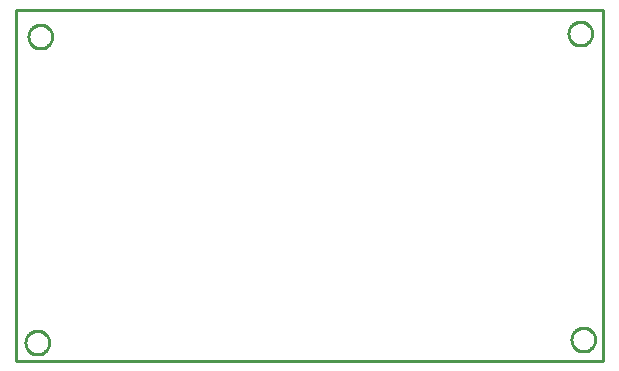
<source format=gbr>
G04 EAGLE Gerber RS-274X export*
G75*
%MOMM*%
%FSLAX34Y34*%
%LPD*%
%IN*%
%IPPOS*%
%AMOC8*
5,1,8,0,0,1.08239X$1,22.5*%
G01*
%ADD10C,0.254000*%


D10*
X0Y-7620D02*
X497080Y-7620D01*
X497080Y289460D01*
X0Y289460D01*
X0Y-7620D01*
X30320Y266263D02*
X30244Y265394D01*
X30092Y264534D01*
X29866Y263690D01*
X29568Y262870D01*
X29199Y262078D01*
X28762Y261322D01*
X28261Y260607D01*
X27700Y259938D01*
X27082Y259320D01*
X26413Y258759D01*
X25698Y258258D01*
X24942Y257821D01*
X24150Y257452D01*
X23330Y257154D01*
X22486Y256928D01*
X21627Y256776D01*
X20757Y256700D01*
X19883Y256700D01*
X19014Y256776D01*
X18154Y256928D01*
X17310Y257154D01*
X16490Y257452D01*
X15698Y257821D01*
X14942Y258258D01*
X14227Y258759D01*
X13558Y259320D01*
X12940Y259938D01*
X12379Y260607D01*
X11878Y261322D01*
X11441Y262078D01*
X11072Y262870D01*
X10774Y263690D01*
X10548Y264534D01*
X10396Y265394D01*
X10320Y266263D01*
X10320Y267137D01*
X10396Y268007D01*
X10548Y268866D01*
X10774Y269710D01*
X11072Y270530D01*
X11441Y271322D01*
X11878Y272078D01*
X12379Y272793D01*
X12940Y273462D01*
X13558Y274080D01*
X14227Y274641D01*
X14942Y275142D01*
X15698Y275579D01*
X16490Y275948D01*
X17310Y276246D01*
X18154Y276472D01*
X19014Y276624D01*
X19883Y276700D01*
X20757Y276700D01*
X21627Y276624D01*
X22486Y276472D01*
X23330Y276246D01*
X24150Y275948D01*
X24942Y275579D01*
X25698Y275142D01*
X26413Y274641D01*
X27082Y274080D01*
X27700Y273462D01*
X28261Y272793D01*
X28762Y272078D01*
X29199Y271322D01*
X29568Y270530D01*
X29866Y269710D01*
X30092Y268866D01*
X30244Y268007D01*
X30320Y267137D01*
X30320Y266263D01*
X487520Y268803D02*
X487444Y267934D01*
X487292Y267074D01*
X487066Y266230D01*
X486768Y265410D01*
X486399Y264618D01*
X485962Y263862D01*
X485461Y263147D01*
X484900Y262478D01*
X484282Y261860D01*
X483613Y261299D01*
X482898Y260798D01*
X482142Y260361D01*
X481350Y259992D01*
X480530Y259694D01*
X479686Y259468D01*
X478827Y259316D01*
X477957Y259240D01*
X477083Y259240D01*
X476214Y259316D01*
X475354Y259468D01*
X474510Y259694D01*
X473690Y259992D01*
X472898Y260361D01*
X472142Y260798D01*
X471427Y261299D01*
X470758Y261860D01*
X470140Y262478D01*
X469579Y263147D01*
X469078Y263862D01*
X468641Y264618D01*
X468272Y265410D01*
X467974Y266230D01*
X467748Y267074D01*
X467596Y267934D01*
X467520Y268803D01*
X467520Y269677D01*
X467596Y270547D01*
X467748Y271406D01*
X467974Y272250D01*
X468272Y273070D01*
X468641Y273862D01*
X469078Y274618D01*
X469579Y275333D01*
X470140Y276002D01*
X470758Y276620D01*
X471427Y277181D01*
X472142Y277682D01*
X472898Y278119D01*
X473690Y278488D01*
X474510Y278786D01*
X475354Y279012D01*
X476214Y279164D01*
X477083Y279240D01*
X477957Y279240D01*
X478827Y279164D01*
X479686Y279012D01*
X480530Y278786D01*
X481350Y278488D01*
X482142Y278119D01*
X482898Y277682D01*
X483613Y277181D01*
X484282Y276620D01*
X484900Y276002D01*
X485461Y275333D01*
X485962Y274618D01*
X486399Y273862D01*
X486768Y273070D01*
X487066Y272250D01*
X487292Y271406D01*
X487444Y270547D01*
X487520Y269677D01*
X487520Y268803D01*
X490060Y9723D02*
X489984Y8854D01*
X489832Y7994D01*
X489606Y7150D01*
X489308Y6330D01*
X488939Y5538D01*
X488502Y4782D01*
X488001Y4067D01*
X487440Y3398D01*
X486822Y2780D01*
X486153Y2219D01*
X485438Y1718D01*
X484682Y1281D01*
X483890Y912D01*
X483070Y614D01*
X482226Y388D01*
X481367Y236D01*
X480497Y160D01*
X479623Y160D01*
X478754Y236D01*
X477894Y388D01*
X477050Y614D01*
X476230Y912D01*
X475438Y1281D01*
X474682Y1718D01*
X473967Y2219D01*
X473298Y2780D01*
X472680Y3398D01*
X472119Y4067D01*
X471618Y4782D01*
X471181Y5538D01*
X470812Y6330D01*
X470514Y7150D01*
X470288Y7994D01*
X470136Y8854D01*
X470060Y9723D01*
X470060Y10597D01*
X470136Y11467D01*
X470288Y12326D01*
X470514Y13170D01*
X470812Y13990D01*
X471181Y14782D01*
X471618Y15538D01*
X472119Y16253D01*
X472680Y16922D01*
X473298Y17540D01*
X473967Y18101D01*
X474682Y18602D01*
X475438Y19039D01*
X476230Y19408D01*
X477050Y19706D01*
X477894Y19932D01*
X478754Y20084D01*
X479623Y20160D01*
X480497Y20160D01*
X481367Y20084D01*
X482226Y19932D01*
X483070Y19706D01*
X483890Y19408D01*
X484682Y19039D01*
X485438Y18602D01*
X486153Y18101D01*
X486822Y17540D01*
X487440Y16922D01*
X488001Y16253D01*
X488502Y15538D01*
X488939Y14782D01*
X489308Y13990D01*
X489606Y13170D01*
X489832Y12326D01*
X489984Y11467D01*
X490060Y10597D01*
X490060Y9723D01*
X27780Y7183D02*
X27704Y6314D01*
X27552Y5454D01*
X27326Y4610D01*
X27028Y3790D01*
X26659Y2998D01*
X26222Y2242D01*
X25721Y1527D01*
X25160Y858D01*
X24542Y240D01*
X23873Y-321D01*
X23158Y-822D01*
X22402Y-1259D01*
X21610Y-1628D01*
X20790Y-1926D01*
X19946Y-2152D01*
X19087Y-2304D01*
X18217Y-2380D01*
X17343Y-2380D01*
X16474Y-2304D01*
X15614Y-2152D01*
X14770Y-1926D01*
X13950Y-1628D01*
X13158Y-1259D01*
X12402Y-822D01*
X11687Y-321D01*
X11018Y240D01*
X10400Y858D01*
X9839Y1527D01*
X9338Y2242D01*
X8901Y2998D01*
X8532Y3790D01*
X8234Y4610D01*
X8008Y5454D01*
X7856Y6314D01*
X7780Y7183D01*
X7780Y8057D01*
X7856Y8927D01*
X8008Y9786D01*
X8234Y10630D01*
X8532Y11450D01*
X8901Y12242D01*
X9338Y12998D01*
X9839Y13713D01*
X10400Y14382D01*
X11018Y15000D01*
X11687Y15561D01*
X12402Y16062D01*
X13158Y16499D01*
X13950Y16868D01*
X14770Y17166D01*
X15614Y17392D01*
X16474Y17544D01*
X17343Y17620D01*
X18217Y17620D01*
X19087Y17544D01*
X19946Y17392D01*
X20790Y17166D01*
X21610Y16868D01*
X22402Y16499D01*
X23158Y16062D01*
X23873Y15561D01*
X24542Y15000D01*
X25160Y14382D01*
X25721Y13713D01*
X26222Y12998D01*
X26659Y12242D01*
X27028Y11450D01*
X27326Y10630D01*
X27552Y9786D01*
X27704Y8927D01*
X27780Y8057D01*
X27780Y7183D01*
M02*

</source>
